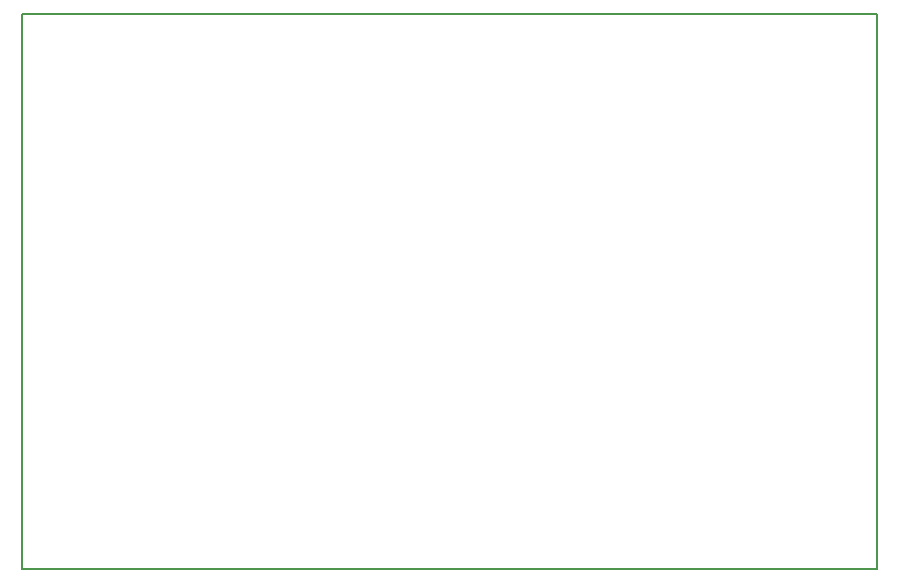
<source format=gko>
G04*
G04 #@! TF.GenerationSoftware,Altium Limited,Altium Designer,19.0.15 (446)*
G04*
G04 Layer_Color=16719868*
%FSLAX25Y25*%
%MOIN*%
G70*
G01*
G75*
%ADD36C,0.00500*%
D36*
X-0Y185000D02*
X0Y0D01*
X-0Y185000D02*
X285000D01*
X285000Y0D01*
X0D02*
X285000D01*
M02*

</source>
